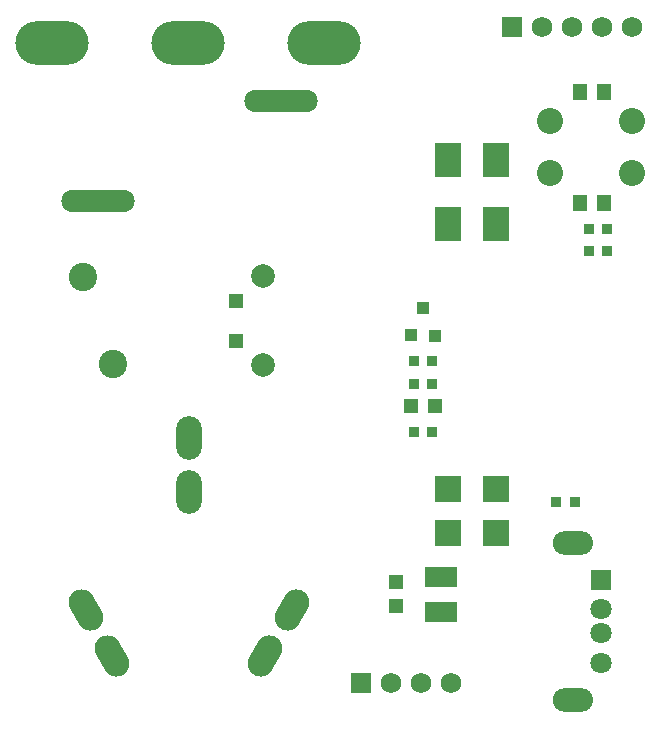
<source format=gts>
%FSTAX23Y23*%
%MOIN*%
%SFA1B1*%

%IPPOS*%
%AMD43*
4,1,4,-0.052200,-0.003900,0.022700,-0.047200,0.052200,0.003900,-0.022700,0.047200,-0.052200,-0.003900,0.0*
1,1,0.086740,-0.014700,-0.025500*
1,1,0.086740,0.014700,0.025500*
%
%AMD44*
4,1,4,-0.022700,-0.047200,0.052200,-0.003900,0.022700,0.047200,-0.052200,0.003900,-0.022700,-0.047200,0.0*
1,1,0.086740,0.014800,-0.025500*
1,1,0.086740,-0.014800,0.025500*
%
%ADD29R,0.106420X0.070990*%
%ADD30R,0.047370X0.055240*%
%ADD31R,0.047370X0.047370*%
%ADD32R,0.039500X0.043430*%
%ADD33R,0.043430X0.043430*%
%ADD34R,0.033000X0.038000*%
%ADD35R,0.047370X0.051310*%
%ADD36R,0.051310X0.047370*%
%ADD37R,0.090680X0.114300*%
%ADD38R,0.090680X0.086740*%
%ADD39C,0.070990*%
%ADD40R,0.070990X0.070990*%
%ADD41O,0.133980X0.078870*%
%ADD42O,0.086740X0.145800*%
G04~CAMADD=43~3~0.0~0.0~867.4~1458.0~0.0~0.0~0~0.0~0.0~0.0~0.0~0~0.0~0.0~0.0~0.0~0~0.0~0.0~0.0~150.0~1162.0~1376.0*
%ADD43D43*%
G04~CAMADD=44~3~0.0~0.0~867.4~1458.0~0.0~0.0~0~0.0~0.0~0.0~0.0~0~0.0~0.0~0.0~0.0~0~0.0~0.0~0.0~210.0~1162.0~1376.0*
%ADD44D44*%
%ADD45O,0.244220X0.074930*%
%ADD46C,0.094610*%
%ADD47C,0.078870*%
%ADD48C,0.086740*%
%ADD49R,0.068000X0.068000*%
%ADD50C,0.068000*%
%ADD51O,0.244220X0.145800*%
%LN86ÐÍzigbeeÖÇÄÜ²å×ù°å-1*%
%LPD*%
G54D29*
X05132Y02957D03*
Y03075D03*
G54D30*
X05594Y04691D03*
X05675D03*
Y04323D03*
X05594D03*
G54D31*
X04446Y03863D03*
Y03996D03*
G54D32*
X05111Y0388D03*
X0503Y03882D03*
G54D33*
X0507Y03973D03*
G54D34*
X05685Y04162D03*
X05623D03*
Y04234D03*
X05685D03*
X05039Y03796D03*
X05101D03*
X05514Y03324D03*
X05576D03*
X05039Y0356D03*
X05101D03*
X05039Y0372D03*
X05101D03*
G54D35*
X0503Y03645D03*
X05109D03*
G54D36*
X04981Y02979D03*
Y03058D03*
G54D37*
X05315Y04251D03*
Y04466D03*
X05155D03*
Y04251D03*
G54D38*
X05315Y0337D03*
Y03221D03*
X05154D03*
Y0337D03*
G54D39*
X05665Y0279D03*
Y02888D03*
Y02967D03*
G54D40*
X05665Y03066D03*
G54D41*
X0557Y0319D03*
Y02666D03*
G54D42*
X04289Y03538D03*
Y0336D03*
G54D43*
X04544Y02811D03*
X04633Y02965D03*
G54D44*
X04034Y02811D03*
X03946Y02965D03*
G54D45*
X04597Y04662D03*
X03986Y04327D03*
G54D46*
X03937Y04076D03*
X04037Y03785D03*
G54D47*
X04537Y03781D03*
Y0408D03*
G54D48*
X05493Y04596D03*
X05768Y04422D03*
Y04596D03*
X05493Y04422D03*
G54D49*
X04863Y02722D03*
X05366Y04909D03*
G54D50*
X04963Y02722D03*
X05063D03*
X05163D03*
X05766Y04909D03*
X05666D03*
X05566D03*
X05466D03*
G54D51*
X03835Y04856D03*
X04288D03*
X04741D03*
M02*
</source>
